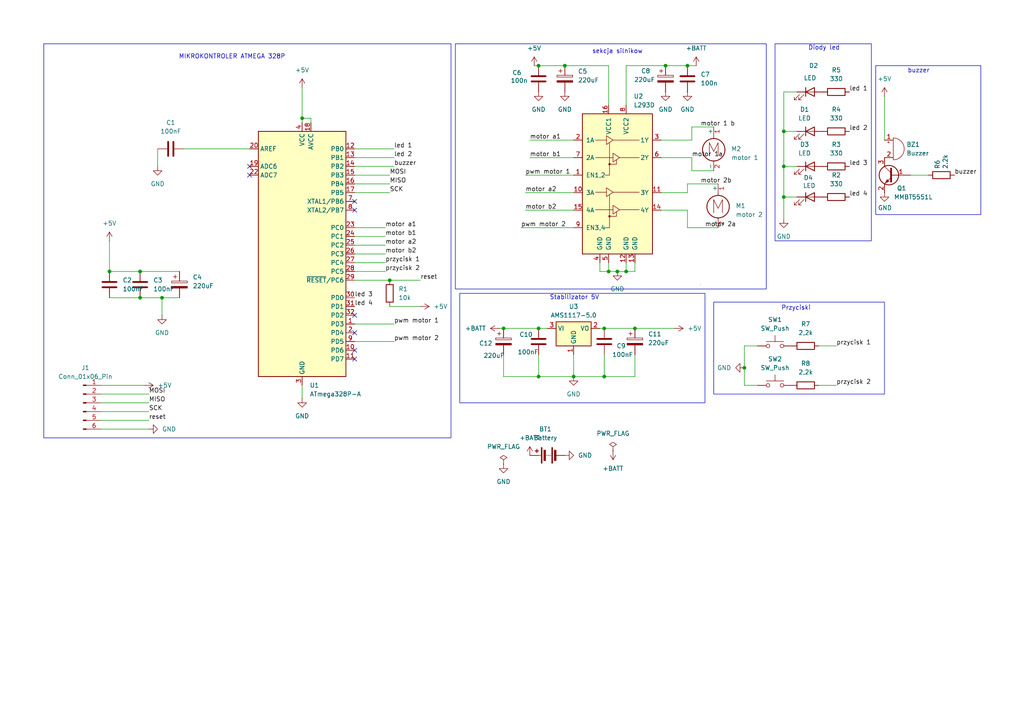
<source format=kicad_sch>
(kicad_sch (version 20231120) (generator "eeschema") (generator_version "8.0")
  (paper "A4")
  (lib_symbols
    (symbol "Connector:Conn_01x06_Pin" (pin_names (offset 1.016) hide)
      (property "Reference" "J" (at 0 7.62 0))
      (property "Value" "Conn_01x06_Pin" (at 0 -10.16 0))
      (symbol "Conn_01x06_Pin_1_1"
        (polyline (pts (xy 1.27 -7.62) (xy 0.8636 -7.62)) (stroke (width 0.1524)))
        (polyline (pts (xy 1.27 -5.08) (xy 0.8636 -5.08)) (stroke (width 0.1524)))
        (polyline (pts (xy 1.27 -2.54) (xy 0.8636 -2.54)) (stroke (width 0.1524)))
        (polyline (pts (xy 1.27 0) (xy 0.8636 0)) (stroke (width 0.1524)))
        (polyline (pts (xy 1.27 2.54) (xy 0.8636 2.54)) (stroke (width 0.1524)))
        (polyline (pts (xy 1.27 5.08) (xy 0.8636 5.08)) (stroke (width 0.1524)))
        (rectangle (start 0.8636 -7.493) (end 0 -7.747) (stroke (width 0.1524)) (fill (type outline)))
        (rectangle (start 0.8636 -4.953) (end 0 -5.207) (stroke (width 0.1524)) (fill (type outline)))
        (rectangle (start 0.8636 -2.413) (end 0 -2.667) (stroke (width 0.1524)) (fill (type outline)))
        (rectangle (start 0.8636 0.127) (end 0 -0.127) (stroke (width 0.1524)) (fill (type outline)))
        (rectangle (start 0.8636 2.667) (end 0 2.413) (stroke (width 0.1524)) (fill (type outline)))
        (rectangle (start 0.8636 5.207) (end 0 4.953) (stroke (width 0.1524)) (fill (type outline)))
        (pin passive line (at 5.08 5.08 180) (length 3.81) (name "Pin_1") (number "1"))
        (pin passive line (at 5.08 2.54 180) (length 3.81) (name "Pin_2") (number "2"))
        (pin passive line (at 5.08 0 180) (length 3.81) (name "Pin_3") (number "3"))
        (pin passive line (at 5.08 -2.54 180) (length 3.81) (name "Pin_4") (number "4"))
        (pin passive line (at 5.08 -5.08 180) (length 3.81) (name "Pin_5") (number "5"))
        (pin passive line (at 5.08 -7.62 180) (length 3.81) (name "Pin_6") (number "6"))
      )
    )
    (symbol "Device:Battery" (pin_numbers hide) (pin_names (offset 0) hide)
      (property "Reference" "BT" (at 2.54 2.54 0))
      (property "Value" "Battery" (at 2.54 0 0))
      (symbol "Battery_0_1"
        (rectangle (start -2.286 -1.27) (end 2.286 -1.524) (fill (type outline)))
        (rectangle (start -2.286 1.778) (end 2.286 1.524) (fill (type outline)))
        (rectangle (start -1.524 -2.032) (end 1.524 -2.54) (fill (type outline)))
        (rectangle (start -1.524 1.016) (end 1.524 0.508) (fill (type outline)))
        (polyline (pts (xy 0 -1.016) (xy 0 -0.762)))
        (polyline (pts (xy 0 -0.508) (xy 0 -0.254)))
        (polyline (pts (xy 0 0) (xy 0 0.254)))
        (polyline (pts (xy 0 1.778) (xy 0 2.54)))
        (polyline (pts (xy 0.762 3.048) (xy 1.778 3.048)) (stroke (width 0.254)))
        (polyline (pts (xy 1.27 3.556) (xy 1.27 2.54)) (stroke (width 0.254)))
      )
      (symbol "Battery_1_1"
        (pin passive line (at 0 5.08 270) (length 2.54) (name "+") (number "1"))
        (pin passive line (at 0 -5.08 90) (length 2.54) (name "-") (number "2"))
      )
    )
    (symbol "Device:Buzzer" (pin_names (offset 0.0254) hide)
      (property "Reference" "BZ" (at 3.81 1.27 0))
      (property "Value" "Buzzer" (at 3.81 -1.27 0))
      (symbol "Buzzer_0_1"
        (arc (start 0 -3.175) (mid 3.1612 0) (end 0 3.175))
        (polyline (pts (xy -1.651 1.905) (xy -1.143 1.905)))
        (polyline (pts (xy -1.397 2.159) (xy -1.397 1.651)))
        (polyline (pts (xy 0 3.175) (xy 0 -3.175)))
      )
      (symbol "Buzzer_1_1"
        (pin passive line (at -2.54 2.54 0) (length 2.54) (name "+") (number "1"))
        (pin passive line (at -2.54 -2.54 0) (length 2.54) (name "-") (number "2"))
      )
    )
    (symbol "Device:C" (pin_numbers hide) (pin_names (offset 0.254))
      (property "Reference" "C" (at 0.635 2.54 0))
      (property "Value" "C" (at 0.635 -2.54 0))
      (symbol "C_0_1"
        (polyline (pts (xy -2.032 -0.762) (xy 2.032 -0.762)) (stroke (width 0.508)))
        (polyline (pts (xy -2.032 0.762) (xy 2.032 0.762)) (stroke (width 0.508)))
      )
      (symbol "C_1_1"
        (pin passive line (at 0 3.81 270) (length 2.794) (name "~") (number "1"))
        (pin passive line (at 0 -3.81 90) (length 2.794) (name "~") (number "2"))
      )
    )
    (symbol "Device:C_Polarized" (pin_numbers hide) (pin_names (offset 0.254))
      (property "Reference" "C" (at 0.635 2.54 0))
      (property "Value" "C_Polarized" (at 0.635 -2.54 0))
      (symbol "C_Polarized_0_1"
        (rectangle (start -2.286 0.508) (end 2.286 1.016))
        (polyline (pts (xy -1.778 2.286) (xy -0.762 2.286)))
        (polyline (pts (xy -1.27 2.794) (xy -1.27 1.778)))
        (rectangle (start 2.286 -0.508) (end -2.286 -1.016) (fill (type outline)))
      )
      (symbol "C_Polarized_1_1"
        (pin passive line (at 0 3.81 270) (length 2.794) (name "~") (number "1"))
        (pin passive line (at 0 -3.81 90) (length 2.794) (name "~") (number "2"))
      )
    )
    (symbol "Device:LED" (pin_numbers hide) (pin_names (offset 1.016) hide)
      (property "Reference" "D" (at 0 2.54 0))
      (property "Value" "LED" (at 0 -2.54 0))
      (symbol "LED_0_1"
        (polyline (pts (xy -1.27 -1.27) (xy -1.27 1.27)) (stroke (width 0.254)))
        (polyline (pts (xy -1.27 0) (xy 1.27 0)))
        (polyline (pts (xy 1.27 -1.27) (xy 1.27 1.27) (xy -1.27 0) (xy 1.27 -1.27)) (stroke (width 0.254)))
        (polyline (pts (xy -3.048 -0.762) (xy -4.572 -2.286) (xy -3.81 -2.286) (xy -4.572 -2.286) (xy -4.572 -1.524)))
        (polyline (pts (xy -1.778 -0.762) (xy -3.302 -2.286) (xy -2.54 -2.286) (xy -3.302 -2.286) (xy -3.302 -1.524)))
      )
      (symbol "LED_1_1"
        (pin passive line (at -3.81 0 0) (length 2.54) (name "K") (number "1"))
        (pin passive line (at 3.81 0 180) (length 2.54) (name "A") (number "2"))
      )
    )
    (symbol "Device:R" (pin_numbers hide) (pin_names (offset 0))
      (property "Reference" "R" (at 2.032 0 90))
      (property "Value" "R" (at 0 0 90))
      (symbol "R_0_1"
        (rectangle (start -1.016 -2.54) (end 1.016 2.54) (stroke (width 0.254)))
      )
      (symbol "R_1_1"
        (pin passive line (at 0 3.81 270) (length 1.27) (name "~") (number "1"))
        (pin passive line (at 0 -3.81 90) (length 1.27) (name "~") (number "2"))
      )
    )
    (symbol "Driver_Motor:L293D" (pin_names (offset 1.016))
      (property "Reference" "U" (at -5.08 26.035 0))
      (property "Value" "L293D" (at -5.08 24.13 0))
      (symbol "L293D_0_1"
        (rectangle (start -10.16 22.86) (end 10.16 -17.78) (stroke (width 0.254)) (fill (type background)))
        (circle (center -2.286 -6.858) (radius 0.254) (fill (type outline)))
        (circle (center -2.286 8.255) (radius 0.254) (fill (type outline)))
        (polyline (pts (xy -6.35 -4.953) (xy -1.27 -4.953)))
        (polyline (pts (xy -6.35 0.127) (xy -3.175 0.127)))
        (polyline (pts (xy -6.35 10.16) (xy -1.27 10.16)))
        (polyline (pts (xy -6.35 15.24) (xy -3.175 15.24)))
        (polyline (pts (xy -1.27 0.127) (xy 6.35 0.127)))
        (polyline (pts (xy -1.27 15.24) (xy 6.35 15.24)))
        (polyline (pts (xy 0.635 -4.953) (xy 6.35 -4.953)))
        (polyline (pts (xy 0.635 10.16) (xy 6.35 10.16)))
        (polyline (pts (xy -2.286 -6.858) (xy -0.254 -6.858) (xy -0.254 -5.588)))
        (polyline (pts (xy -2.286 -0.635) (xy -2.286 -10.16) (xy -3.556 -10.16)))
        (polyline (pts (xy -2.286 8.255) (xy -0.254 8.255) (xy -0.254 9.525)))
        (polyline (pts (xy -2.286 14.478) (xy -2.286 5.08) (xy -3.556 5.08)))
        (polyline (pts (xy -3.175 1.397) (xy -3.175 -1.143) (xy -1.27 0.127) (xy -3.175 1.397)))
        (polyline (pts (xy -3.175 16.51) (xy -3.175 13.97) (xy -1.27 15.24) (xy -3.175 16.51)))
        (polyline (pts (xy -1.27 -3.683) (xy -1.27 -6.223) (xy 0.635 -4.953) (xy -1.27 -3.683)))
        (polyline (pts (xy -1.27 11.43) (xy -1.27 8.89) (xy 0.635 10.16) (xy -1.27 11.43)))
      )
      (symbol "L293D_1_1"
        (pin input line (at -12.7 5.08 0) (length 2.54) (name "EN1,2") (number "1"))
        (pin input line (at -12.7 0 0) (length 2.54) (name "3A") (number "10"))
        (pin output line (at 12.7 0 180) (length 2.54) (name "3Y") (number "11"))
        (pin power_in line (at 2.54 -20.32 90) (length 2.54) (name "GND") (number "12"))
        (pin power_in line (at 5.08 -20.32 90) (length 2.54) (name "GND") (number "13"))
        (pin output line (at 12.7 -5.08 180) (length 2.54) (name "4Y") (number "14"))
        (pin input line (at -12.7 -5.08 0) (length 2.54) (name "4A") (number "15"))
        (pin power_in line (at -2.54 25.4 270) (length 2.54) (name "VCC1") (number "16"))
        (pin input line (at -12.7 15.24 0) (length 2.54) (name "1A") (number "2"))
        (pin output line (at 12.7 15.24 180) (length 2.54) (name "1Y") (number "3"))
        (pin power_in line (at -5.08 -20.32 90) (length 2.54) (name "GND") (number "4"))
        (pin power_in line (at -2.54 -20.32 90) (length 2.54) (name "GND") (number "5"))
        (pin output line (at 12.7 10.16 180) (length 2.54) (name "2Y") (number "6"))
        (pin input line (at -12.7 10.16 0) (length 2.54) (name "2A") (number "7"))
        (pin power_in line (at 2.54 25.4 270) (length 2.54) (name "VCC2") (number "8"))
        (pin input line (at -12.7 -10.16 0) (length 2.54) (name "EN3,4") (number "9"))
      )
    )
    (symbol "MCU_Microchip_ATmega:ATmega328P-A"
      (property "Reference" "U" (at -12.7 36.83 0))
      (property "Value" "ATmega328P-A" (at 2.54 -36.83 0))
      (symbol "ATmega328P-A_0_1"
        (rectangle (start -12.7 -35.56) (end 12.7 35.56) (stroke (width 0.254)) (fill (type background)))
      )
      (symbol "ATmega328P-A_1_1"
        (pin bidirectional line (at 15.24 -20.32 180) (length 2.54) (name "PD3") (number "1"))
        (pin bidirectional line (at 15.24 -27.94 180) (length 2.54) (name "PD6") (number "10"))
        (pin bidirectional line (at 15.24 -30.48 180) (length 2.54) (name "PD7") (number "11"))
        (pin bidirectional line (at 15.24 30.48 180) (length 2.54) (name "PB0") (number "12"))
        (pin bidirectional line (at 15.24 27.94 180) (length 2.54) (name "PB1") (number "13"))
        (pin bidirectional line (at 15.24 25.4 180) (length 2.54) (name "PB2") (number "14"))
        (pin bidirectional line (at 15.24 22.86 180) (length 2.54) (name "PB3") (number "15"))
        (pin bidirectional line (at 15.24 20.32 180) (length 2.54) (name "PB4") (number "16"))
        (pin bidirectional line (at 15.24 17.78 180) (length 2.54) (name "PB5") (number "17"))
        (pin power_in line (at 2.54 38.1 270) (length 2.54) (name "AVCC") (number "18"))
        (pin input line (at -15.24 25.4 0) (length 2.54) (name "ADC6") (number "19"))
        (pin bidirectional line (at 15.24 -22.86 180) (length 2.54) (name "PD4") (number "2"))
        (pin passive line (at -15.24 30.48 0) (length 2.54) (name "AREF") (number "20"))
        (pin passive line (at 0 -38.1 90) (length 2.54) hide (name "GND") (number "21"))
        (pin input line (at -15.24 22.86 0) (length 2.54) (name "ADC7") (number "22"))
        (pin bidirectional line (at 15.24 7.62 180) (length 2.54) (name "PC0") (number "23"))
        (pin bidirectional line (at 15.24 5.08 180) (length 2.54) (name "PC1") (number "24"))
        (pin bidirectional line (at 15.24 2.54 180) (length 2.54) (name "PC2") (number "25"))
        (pin bidirectional line (at 15.24 0 180) (length 2.54) (name "PC3") (number "26"))
        (pin bidirectional line (at 15.24 -2.54 180) (length 2.54) (name "PC4") (number "27"))
        (pin bidirectional line (at 15.24 -5.08 180) (length 2.54) (name "PC5") (number "28"))
        (pin bidirectional line (at 15.24 -7.62 180) (length 2.54) (name "~{RESET}/PC6") (number "29"))
        (pin power_in line (at 0 -38.1 90) (length 2.54) (name "GND") (number "3"))
        (pin bidirectional line (at 15.24 -12.7 180) (length 2.54) (name "PD0") (number "30"))
        (pin bidirectional line (at 15.24 -15.24 180) (length 2.54) (name "PD1") (number "31"))
        (pin bidirectional line (at 15.24 -17.78 180) (length 2.54) (name "PD2") (number "32"))
        (pin power_in line (at 0 38.1 270) (length 2.54) (name "VCC") (number "4"))
        (pin passive line (at 0 -38.1 90) (length 2.54) hide (name "GND") (number "5"))
        (pin passive line (at 0 38.1 270) (length 2.54) hide (name "VCC") (number "6"))
        (pin bidirectional line (at 15.24 15.24 180) (length 2.54) (name "XTAL1/PB6") (number "7"))
        (pin bidirectional line (at 15.24 12.7 180) (length 2.54) (name "XTAL2/PB7") (number "8"))
        (pin bidirectional line (at 15.24 -25.4 180) (length 2.54) (name "PD5") (number "9"))
      )
    )
    (symbol "Motor:Motor_DC" (pin_names (offset 0))
      (property "Reference" "M" (at 2.54 2.54 0))
      (property "Value" "Motor_DC" (at 2.54 -5.08 0))
      (symbol "Motor_DC_0_0"
        (polyline (pts (xy -1.27 -3.302) (xy -1.27 0.508) (xy 0 -2.032) (xy 1.27 0.508) (xy 1.27 -3.302)))
      )
      (symbol "Motor_DC_0_1"
        (circle (center 0 -1.524) (radius 3.2512) (stroke (width 0.254)))
        (polyline (pts (xy 0 -7.62) (xy 0 -7.112)))
        (polyline (pts (xy 0 -4.7752) (xy 0 -5.1816)))
        (polyline (pts (xy 0 1.7272) (xy 0 2.0828)))
        (polyline (pts (xy 0 2.032) (xy 0 2.54)))
      )
      (symbol "Motor_DC_1_1"
        (pin passive line (at 0 5.08 270) (length 2.54) (name "+") (number "1"))
        (pin passive line (at 0 -7.62 90) (length 2.54) (name "-") (number "2"))
      )
    )
    (symbol "Regulator_Linear:AMS1117-5.0"
      (property "Reference" "U" (at -3.81 3.175 0))
      (property "Value" "AMS1117-5.0" (at 0 3.175 0))
      (symbol "AMS1117-5.0_0_1"
        (rectangle (start -5.08 -5.08) (end 5.08 1.905) (stroke (width 0.254)) (fill (type background)))
      )
      (symbol "AMS1117-5.0_1_1"
        (pin power_in line (at 0 -7.62 90) (length 2.54) (name "GND") (number "1"))
        (pin power_out line (at 7.62 0 180) (length 2.54) (name "VO") (number "2"))
        (pin power_in line (at -7.62 0 0) (length 2.54) (name "VI") (number "3"))
      )
    )
    (symbol "Switch:SW_Push" (pin_numbers hide) (pin_names (offset 1.016) hide)
      (property "Reference" "SW" (at 1.27 2.54 0))
      (property "Value" "SW_Push" (at 0 -1.524 0))
      (symbol "SW_Push_0_1"
        (circle (center -2.032 0) (radius 0.508))
        (polyline (pts (xy 0 1.27) (xy 0 3.048)))
        (polyline (pts (xy 2.54 1.27) (xy -2.54 1.27)))
        (circle (center 2.032 0) (radius 0.508))
        (pin passive line (at -5.08 0 0) (length 2.54) (name "1") (number "1"))
        (pin passive line (at 5.08 0 180) (length 2.54) (name "2") (number "2"))
      )
    )
    (symbol "Transistor_BJT:MMBT5551L" (pin_names (offset 0) hide)
      (property "Reference" "Q" (at 5.08 1.905 0))
      (property "Value" "MMBT5551L" (at 5.08 0 0))
      (symbol "MMBT5551L_0_1"
        (polyline (pts (xy 0.635 0.635) (xy 2.54 2.54)))
        (polyline (pts (xy 0.635 -0.635) (xy 2.54 -2.54) (xy 2.54 -2.54)))
        (polyline (pts (xy 0.635 1.905) (xy 0.635 -1.905) (xy 0.635 -1.905)) (stroke (width 0.508)))
        (polyline (pts (xy 1.27 -1.778) (xy 1.778 -1.27) (xy 2.286 -2.286) (xy 1.27 -1.778) (xy 1.27 -1.778)) (fill (type outline)))
        (circle (center 1.27 0) (radius 2.8194) (stroke (width 0.254)))
      )
      (symbol "MMBT5551L_1_1"
        (pin input line (at -5.08 0 0) (length 5.715) (name "B") (number "1"))
        (pin passive line (at 2.54 -5.08 90) (length 2.54) (name "E") (number "2"))
        (pin passive line (at 2.54 5.08 270) (length 2.54) (name "C") (number "3"))
      )
    )
    (symbol "power:+5V" (power) (pin_numbers hide) (pin_names (offset 0) hide)
      (property "Value" "+5V" (at 0 3.556 0))
      (symbol "+5V_0_1"
        (polyline (pts (xy -0.762 1.27) (xy 0 2.54)))
        (polyline (pts (xy 0 0) (xy 0 2.54)))
        (polyline (pts (xy 0 2.54) (xy 0.762 1.27)))
      )
      (symbol "+5V_1_1"
        (pin power_in line (at 0 0 90) (length 0) (name "~") (number "1"))
      )
    )
    (symbol "power:+BATT" (power) (pin_numbers hide) (pin_names (offset 0) hide)
      (property "Value" "+BATT" (at 0 3.556 0))
      (symbol "+BATT_0_1"
        (polyline (pts (xy -0.762 1.27) (xy 0 2.54)))
        (polyline (pts (xy 0 0) (xy 0 2.54)))
        (polyline (pts (xy 0 2.54) (xy 0.762 1.27)))
      )
      (symbol "+BATT_1_1"
        (pin power_in line (at 0 0 90) (length 0) (name "~") (number "1"))
      )
    )
    (symbol "power:GND" (power) (pin_numbers hide) (pin_names (offset 0) hide)
      (property "Value" "GND" (at 0 -3.81 0))
      (symbol "GND_0_1"
        (polyline (pts (xy 0 0) (xy 0 -1.27) (xy 1.27 -1.27) (xy 0 -2.54) (xy -1.27 -1.27) (xy 0 -1.27)))
      )
      (symbol "GND_1_1"
        (pin power_in line (at 0 0 270) (length 0) (name "~") (number "1"))
      )
    )
    (symbol "power:PWR_FLAG" (power) (pin_numbers hide) (pin_names (offset 0) hide)
      (property "Value" "PWR_FLAG" (at 0 3.81 0))
      (symbol "PWR_FLAG_0_0"
        (pin power_out line (at 0 0 90) (length 0) (name "~") (number "1"))
      )
      (symbol "PWR_FLAG_0_1"
        (polyline (pts (xy 0 0) (xy 0 1.27) (xy -1.016 1.905) (xy 0 2.54) (xy 1.016 1.905) (xy 0 1.27)))
      )
    )
  )
  (junction (at 40.64 78.74))
  (junction (at 215.9 106.68))
  (junction (at 156.21 95.25))
  (junction (at 227.33 38.1))
  (junction (at 181.61 78.74))
  (junction (at 146.05 95.25))
  (junction (at 166.37 109.22))
  (junction (at 31.75 78.74))
  (junction (at 156.21 19.05))
  (junction (at 87.63 34.29))
  (junction (at 113.03 81.28))
  (junction (at 199.39 19.05))
  (junction (at 179.07 78.74))
  (junction (at 227.33 57.15))
  (junction (at 175.26 109.22))
  (junction (at 175.26 95.25))
  (junction (at 163.83 19.05))
  (junction (at 40.64 86.36))
  (junction (at 227.33 48.26))
  (junction (at 193.04 19.05))
  (junction (at 46.99 86.36))
  (junction (at 184.15 95.25))
  (junction (at 176.53 78.74))
  (junction (at 156.21 109.22))
  (no_connect (at 72.39 48.26))
  (no_connect (at 102.87 96.52))
  (no_connect (at 102.87 101.6))
  (no_connect (at 102.87 58.42))
  (no_connect (at 102.87 91.44))
  (no_connect (at 102.87 104.14))
  (no_connect (at 102.87 60.96))
  (no_connect (at 72.39 50.8))
  (wire (pts (xy 102.87 66.04) (xy 111.76 66.04)))
  (wire (pts (xy 46.99 86.36) (xy 46.99 91.44)))
  (wire (pts (xy 156.21 95.25) (xy 158.75 95.25)))
  (wire (pts (xy 195.58 95.25) (xy 184.15 95.25)))
  (wire (pts (xy 199.39 53.34) (xy 208.28 53.34)))
  (wire (pts (xy 237.49 100.33) (xy 242.57 100.33)))
  (wire (pts (xy 181.61 76.2) (xy 181.61 78.74)))
  (wire (pts (xy 156.21 19.05) (xy 163.83 19.05)))
  (wire (pts (xy 181.61 78.74) (xy 184.15 78.74)))
  (wire (pts (xy 191.77 40.64) (xy 200.66 40.64)))
  (wire (pts (xy 29.21 114.3) (xy 43.18 114.3)))
  (wire (pts (xy 154.94 19.05) (xy 156.21 19.05)))
  (wire (pts (xy 199.39 55.88) (xy 199.39 53.34)))
  (wire (pts (xy 113.03 88.9) (xy 121.92 88.9)))
  (wire (pts (xy 176.53 19.05) (xy 176.53 30.48)))
  (wire (pts (xy 176.53 76.2) (xy 176.53 78.74)))
  (wire (pts (xy 227.33 57.15) (xy 227.33 63.5)))
  (wire (pts (xy 156.21 109.22) (xy 166.37 109.22)))
  (wire (pts (xy 29.21 124.46) (xy 43.18 124.46)))
  (wire (pts (xy 102.87 71.12) (xy 111.76 71.12)))
  (wire (pts (xy 102.87 93.98) (xy 114.3 93.98)))
  (wire (pts (xy 166.37 102.87) (xy 166.37 109.22)))
  (wire (pts (xy 29.21 111.76) (xy 41.91 111.76)))
  (wire (pts (xy 184.15 95.25) (xy 175.26 95.25)))
  (wire (pts (xy 200.66 49.53) (xy 207.01 49.53)))
  (wire (pts (xy 175.26 102.87) (xy 175.26 109.22)))
  (wire (pts (xy 102.87 45.72) (xy 114.3 45.72)))
  (wire (pts (xy 227.33 57.15) (xy 231.14 57.15)))
  (wire (pts (xy 215.9 100.33) (xy 215.9 106.68)))
  (wire (pts (xy 173.99 76.2) (xy 173.99 78.74)))
  (wire (pts (xy 193.04 19.05) (xy 199.39 19.05)))
  (wire (pts (xy 269.24 50.8) (xy 264.16 50.8)))
  (wire (pts (xy 29.21 116.84) (xy 43.18 116.84)))
  (wire (pts (xy 153.67 45.72) (xy 166.37 45.72)))
  (wire (pts (xy 231.14 26.67) (xy 227.33 26.67)))
  (wire (pts (xy 166.37 109.22) (xy 175.26 109.22)))
  (wire (pts (xy 219.71 111.76) (xy 215.9 111.76)))
  (wire (pts (xy 102.87 78.74) (xy 111.76 78.74)))
  (wire (pts (xy 227.33 38.1) (xy 231.14 38.1)))
  (wire (pts (xy 113.03 81.28) (xy 121.92 81.28)))
  (wire (pts (xy 90.17 34.29) (xy 87.63 34.29)))
  (wire (pts (xy 199.39 66.04) (xy 199.39 60.96)))
  (wire (pts (xy 208.28 66.04) (xy 199.39 66.04)))
  (wire (pts (xy 191.77 45.72) (xy 200.66 45.72)))
  (wire (pts (xy 256.54 27.94) (xy 256.54 40.64)))
  (wire (pts (xy 31.75 86.36) (xy 40.64 86.36)))
  (wire (pts (xy 114.3 99.06) (xy 102.87 99.06)))
  (wire (pts (xy 153.67 40.64) (xy 166.37 40.64)))
  (wire (pts (xy 215.9 106.68) (xy 215.9 111.76)))
  (wire (pts (xy 152.4 60.96) (xy 166.37 60.96)))
  (wire (pts (xy 152.4 50.8) (xy 166.37 50.8)))
  (wire (pts (xy 200.66 45.72) (xy 200.66 49.53)))
  (wire (pts (xy 163.83 19.05) (xy 176.53 19.05)))
  (wire (pts (xy 90.17 35.56) (xy 90.17 34.29)))
  (wire (pts (xy 45.72 43.18) (xy 45.72 48.26)))
  (wire (pts (xy 199.39 19.05) (xy 201.93 19.05)))
  (wire (pts (xy 175.26 95.25) (xy 173.99 95.25)))
  (wire (pts (xy 102.87 50.8) (xy 113.03 50.8)))
  (wire (pts (xy 102.87 55.88) (xy 113.03 55.88)))
  (wire (pts (xy 146.05 109.22) (xy 156.21 109.22)))
  (wire (pts (xy 173.99 78.74) (xy 176.53 78.74)))
  (wire (pts (xy 46.99 86.36) (xy 52.07 86.36)))
  (wire (pts (xy 191.77 60.96) (xy 199.39 60.96)))
  (wire (pts (xy 144.78 95.25) (xy 146.05 95.25)))
  (wire (pts (xy 227.33 48.26) (xy 227.33 57.15)))
  (wire (pts (xy 102.87 73.66) (xy 111.76 73.66)))
  (wire (pts (xy 175.26 109.22) (xy 184.15 109.22)))
  (wire (pts (xy 102.87 68.58) (xy 111.76 68.58)))
  (wire (pts (xy 200.66 40.64) (xy 200.66 36.83)))
  (wire (pts (xy 176.53 78.74) (xy 179.07 78.74)))
  (wire (pts (xy 191.77 55.88) (xy 199.39 55.88)))
  (wire (pts (xy 102.87 43.18) (xy 114.3 43.18)))
  (wire (pts (xy 146.05 95.25) (xy 156.21 95.25)))
  (wire (pts (xy 31.75 78.74) (xy 40.64 78.74)))
  (wire (pts (xy 184.15 78.74) (xy 184.15 76.2)))
  (wire (pts (xy 181.61 30.48) (xy 181.61 19.05)))
  (wire (pts (xy 151.13 66.04) (xy 166.37 66.04)))
  (wire (pts (xy 200.66 36.83) (xy 207.01 36.83)))
  (wire (pts (xy 152.4 55.88) (xy 166.37 55.88)))
  (wire (pts (xy 29.21 119.38) (xy 43.18 119.38)))
  (wire (pts (xy 40.64 86.36) (xy 46.99 86.36)))
  (wire (pts (xy 31.75 69.85) (xy 31.75 78.74)))
  (wire (pts (xy 87.63 25.4) (xy 87.63 34.29)))
  (wire (pts (xy 181.61 19.05) (xy 193.04 19.05)))
  (wire (pts (xy 215.9 100.33) (xy 219.71 100.33)))
  (wire (pts (xy 102.87 53.34) (xy 113.03 53.34)))
  (wire (pts (xy 227.33 38.1) (xy 227.33 48.26)))
  (wire (pts (xy 102.87 48.26) (xy 114.3 48.26)))
  (wire (pts (xy 227.33 26.67) (xy 227.33 38.1)))
  (wire (pts (xy 146.05 102.87) (xy 146.05 109.22)))
  (wire (pts (xy 87.63 111.76) (xy 87.63 115.57)))
  (wire (pts (xy 156.21 102.87) (xy 156.21 109.22)))
  (wire (pts (xy 102.87 81.28) (xy 113.03 81.28)))
  (wire (pts (xy 87.63 34.29) (xy 87.63 35.56)))
  (wire (pts (xy 179.07 78.74) (xy 181.61 78.74)))
  (wire (pts (xy 29.21 121.92) (xy 43.18 121.92)))
  (wire (pts (xy 53.34 43.18) (xy 72.39 43.18)))
  (wire (pts (xy 102.87 76.2) (xy 111.76 76.2)))
  (wire (pts (xy 184.15 102.87) (xy 184.15 109.22)))
  (wire (pts (xy 227.33 48.26) (xy 231.14 48.26)))
  (wire (pts (xy 40.64 78.74) (xy 52.07 78.74)))
  (wire (pts (xy 237.49 111.76) (xy 242.57 111.76)))
  (rectangle (start 207.01 87.63) (end 256.54 114.3))
  (rectangle (start 133.35 85.09) (end 204.47 116.84))
  (rectangle (start 132.08 12.7) (end 222.25 83.82))
  (rectangle (start 12.7 12.7) (end 130.81 127))
  (rectangle (start 224.79 12.7) (end 252.73 69.85))
  (rectangle (start 203.2 82.55) (end 203.2 82.55))
  (rectangle (start 254 19.05) (end 284.48 62.23))
  (text "Stabilizator 5V" (at 166.624 86.36 0) (effects (font (size 1.27 1.27))))
  (text "MIKROKONTROLER ATMEGA 328P" (at 67.31 16.51 0) (effects (font (size 1.27 1.27))))
  (text "buzzer\n\n" (at 266.446 21.59 0) (effects (font (size 1.27 1.27))))
  (text "Diody led" (at 239.014 13.97 0) (effects (font (size 1.27 1.27))))
  (text "Przyciski\n" (at 230.886 89.408 0) (effects (font (size 1.27 1.27))))
  (text "sekcja silnikow" (at 179.07 14.986 0) (effects (font (size 1.27 1.27))))
  (label "motor a1" (at 111.76 66.04 0))
  (label "buzzer" (at 114.3 48.26 0))
  (label "reset" (at 121.92 81.28 0))
  (label "pwm motor 2" (at 151.13 66.04 0))
  (label "led 4" (at 246.38 57.15 0))
  (label "MOSI" (at 43.18 114.3 0))
  (label "przycisk 1" (at 111.76 76.2 0))
  (label "motor b1" (at 111.76 68.58 0))
  (label "motor a1" (at 153.67 40.64 0))
  (label "przycisk 2" (at 242.57 111.76 0))
  (label "led 3" (at 246.38 48.26 0))
  (label "przycisk 1" (at 242.57 100.33 0))
  (label "MISO" (at 113.03 53.34 0))
  (label "motor 2b" (at 203.2 53.34 0))
  (label "motor b2" (at 111.76 73.66 0))
  (label "motor 1a" (at 200.66 45.72 0))
  (label "led 2" (at 114.3 45.72 0))
  (label "led 1" (at 114.3 43.18 0))
  (label "motor b1" (at 153.67 45.72 0))
  (label "MOSI" (at 113.03 50.8 0))
  (label "motor b2" (at 152.4 60.96 0))
  (label "motor a2" (at 152.4 55.88 0))
  (label "reset" (at 43.18 121.92 0))
  (label "motor a2" (at 111.76 71.12 0))
  (label "motor 2a" (at 204.47 66.04 0))
  (label "led 1" (at 246.38 26.67 0))
  (label "pwm motor 1" (at 152.4 50.8 0))
  (label "led 2" (at 246.38 38.1 0))
  (label "pwm motor 1" (at 114.3 93.98 0))
  (label "led 4" (at 102.87 88.9 0))
  (label "przycisk 2" (at 111.76 78.74 0))
  (label "MISO" (at 43.18 116.84 0))
  (label "SCK" (at 113.03 55.88 0))
  (label "motor 1 b" (at 203.2 36.83 0))
  (label "pwm motor 2" (at 114.3 99.06 0))
  (label "buzzer" (at 276.86 50.8 0))
  (label "led 3" (at 102.87 86.36 0))
  (label "SCK" (at 43.18 119.38 0))
  (symbol (lib_id "Connector:Conn_01x06_Pin") (at 24.13 116.84 0) (unit 1)
    (property "Reference" "J1" (at 24.765 106.68 0))
    (property "Value" "Conn_01x06_Pin" (at 24.765 109.22 0))
    (property "Footprint" "Connector_PinHeader_2.54mm:PinHeader_1x06_P2.54mm_Vertical" (effects (hide yes)))
    (property "Description" "Generic connector, single row, 01x06, script generated" (effects (hide yes)))
  )
  (symbol (lib_id "Device:R") (at 273.05 50.8 90) (unit 1)
    (property "Reference" "R6" (at 271.8816 49.022 0) (effects (justify left)))
    (property "Value" "2.2k" (at 274.193 49.022 0) (effects (justify left)))
    (property "Footprint" "Resistor_SMD:R_0805_2012Metric_Pad1.20x1.40mm_HandSolder" (effects (hide yes)))
    (property "Piekarz" "https://www.piekarz.pl/12451-rezystor-r08051-2k2/" (effects (hide yes)))
  )
  (symbol (lib_id "power:+5V") (at 256.54 27.94 0) (unit 1)
    (property "Reference" "#PWR018" (effects (hide yes)))
    (property "Value" "+5V" (at 256.54 22.86 0))
    (property "Description" "Power symbol creates a global label with name \"+5V\"" (effects (hide yes)))
  )
  (symbol (lib_id "Device:C") (at 31.75 82.55 0) (unit 1)
    (property "Reference" "C2" (at 35.56 81.2799 0) (effects (justify left)))
    (property "Value" "100nF" (at 35.56 83.8199 0) (effects (justify left)))
    (property "Footprint" "Capacitor_SMD:C_0805_2012Metric_Pad1.18x1.45mm_HandSolder" (effects (hide yes)))
    (property "Description" "Unpolarized capacitor" (effects (hide yes)))
  )
  (symbol (lib_id "power:GND") (at 156.21 26.67 0) (unit 1)
    (property "Reference" "#PWR013" (effects (hide yes)))
    (property "Value" "GND" (at 156.21 31.75 0))
    (property "Description" "Power symbol creates a global label with name \"GND\" , ground" (effects (hide yes)))
  )
  (symbol (lib_id "Regulator_Linear:AMS1117-5.0") (at 166.37 95.25 0) (unit 1)
    (property "Reference" "U3" (at 166.37 88.9 0))
    (property "Value" "AMS1117-5.0" (at 166.37 91.44 0))
    (property "Footprint" "Package_TO_SOT_SMD:SOT-223-3_TabPin2" (effects (hide yes)))
    (property "Datasheet" "http://www.advanced-monolithic.com/pdf/ds1117.pdf" (effects (hide yes)))
    (property "Description" "1A Low Dropout regulator, positive, 5.0V fixed output, SOT-223" (effects (hide yes)))
  )
  (symbol (lib_id "Device:R") (at 242.57 48.26 90) (unit 1)
    (property "Reference" "R3" (at 242.57 41.91 90))
    (property "Value" "330" (at 242.57 44.45 90))
    (property "Footprint" "Resistor_SMD:R_0805_2012Metric_Pad1.20x1.40mm_HandSolder" (effects (hide yes)))
    (property "Description" "Resistor" (effects (hide yes)))
  )
  (symbol (lib_id "power:PWR_FLAG") (at 177.8 130.81 0) (unit 1)
    (property "Reference" "#FLG02" (effects (hide yes)))
    (property "Value" "PWR_FLAG" (at 177.8 125.73 0))
    (property "Description" "Special symbol for telling ERC where power comes from" (effects (hide yes)))
  )
  (symbol (lib_id "power:GND") (at 163.83 26.67 0) (unit 1)
    (property "Reference" "#PWR012" (effects (hide yes)))
    (property "Value" "GND" (at 163.83 31.75 0))
    (property "Description" "Power symbol creates a global label with name \"GND\" , ground" (effects (hide yes)))
  )
  (symbol (lib_id "Device:R") (at 113.03 85.09 0) (unit 1)
    (property "Reference" "R1" (at 115.57 83.8199 0) (effects (justify left)))
    (property "Value" "10k" (at 115.57 86.3599 0) (effects (justify left)))
    (property "Footprint" "Resistor_SMD:R_0805_2012Metric_Pad1.20x1.40mm_HandSolder" (effects (hide yes)))
    (property "Description" "Resistor" (effects (hide yes)))
  )
  (symbol (lib_id "Device:C") (at 156.21 22.86 0) (unit 1)
    (property "Reference" "C6" (at 148.59 21.082 0) (effects (justify left)))
    (property "Value" "100n" (at 148.082 23.368 0) (effects (justify left)))
    (property "Footprint" "Capacitor_SMD:C_0805_2012Metric_Pad1.18x1.45mm_HandSolder" (effects (hide yes)))
    (property "Description" "Unpolarized capacitor" (effects (hide yes)))
  )
  (symbol (lib_id "Device:C") (at 175.26 99.06 0) (unit 1)
    (property "Reference" "C9" (at 178.816 100.33 0) (effects (justify left)))
    (property "Value" "100nF" (at 177.546 102.87 0) (effects (justify left)))
    (property "Footprint" "Capacitor_SMD:C_0805_2012Metric_Pad1.18x1.45mm_HandSolder" (effects (hide yes)))
    (property "Description" "Unpolarized capacitor" (effects (hide yes)))
  )
  (symbol (lib_id "Device:LED") (at 234.95 48.26 0) (unit 1)
    (property "Reference" "D3" (at 233.3625 41.91 0))
    (property "Value" "LED" (at 233.3625 44.45 0))
    (property "Footprint" "LED_THT:LED_D5.0mm" (effects (hide yes)))
    (property "Description" "Light emitting diode" (effects (hide yes)))
  )
  (symbol (lib_id "Device:C") (at 199.39 22.86 0) (unit 1)
    (property "Reference" "C7" (at 203.2 21.5899 0) (effects (justify left)))
    (property "Value" "100n" (at 203.2 24.1299 0) (effects (justify left)))
    (property "Footprint" "Capacitor_SMD:C_0805_2012Metric_Pad1.18x1.45mm_HandSolder" (effects (hide yes)))
    (property "Description" "Unpolarized capacitor" (effects (hide yes)))
  )
  (symbol (lib_id "Device:R") (at 242.57 26.67 90) (unit 1)
    (property "Reference" "R5" (at 242.57 20.32 90))
    (property "Value" "330" (at 242.57 22.86 90))
    (property "Footprint" "Resistor_SMD:R_0805_2012Metric_Pad1.20x1.40mm_HandSolder" (effects (hide yes)))
    (property "Description" "Resistor" (effects (hide yes)))
  )
  (symbol (lib_id "power:GND") (at 46.99 91.44 0) (unit 1)
    (property "Reference" "#PWR03" (effects (hide yes)))
    (property "Value" "GND" (at 46.99 96.52 0))
    (property "Description" "Power symbol creates a global label with name \"GND\" , ground" (effects (hide yes)))
  )
  (symbol (lib_id "power:GND") (at 179.07 78.74 0) (unit 1)
    (property "Reference" "#PWR09" (effects (hide yes)))
    (property "Value" "GND" (at 179.07 83.82 0))
    (property "Description" "Power symbol creates a global label with name \"GND\" , ground" (effects (hide yes)))
  )
  (symbol (lib_id "Device:Buzzer") (at 259.08 43.18 0) (unit 1)
    (property "Reference" "BZ1" (at 262.89 41.9099 0) (effects (justify left)))
    (property "Value" "Buzzer" (at 262.89 44.4499 0) (effects (justify left)))
    (property "Footprint" "Buzzer_Beeper:Buzzer_12x9.5RM7.6" (effects (hide yes)))
    (property "Description" "Buzzer, polarized" (effects (hide yes)))
  )
  (symbol (lib_id "Device:C_Polarized") (at 146.05 99.06 0) (unit 1)
    (property "Reference" "C12" (at 138.938 99.568 0) (effects (justify left)))
    (property "Value" "220uF" (at 140.208 103.124 0) (effects (justify left)))
    (property "Footprint" "Capacitor_THT:CP_Radial_D8.0mm_P5.00mm" (effects (hide yes)))
    (property "Description" "Polarized capacitor" (effects (hide yes)))
  )
  (symbol (lib_id "Motor:Motor_DC") (at 207.01 41.91 0) (unit 1)
    (property "Reference" "M2" (at 212.09 43.1799 0) (effects (justify left)))
    (property "Value" "motor 1" (at 212.09 45.7199 0) (effects (justify left)))
    (property "Footprint" "Connector_PinHeader_2.54mm:PinHeader_1x02_P2.54mm_Vertical" (effects (hide yes)))
    (property "Description" "DC Motor" (effects (hide yes)))
  )
  (symbol (lib_id "Switch:SW_Push") (at 224.79 100.33 0) (unit 1)
    (property "Reference" "SW1" (at 224.79 92.71 0))
    (property "Value" "SW_Push" (at 224.79 95.25 0))
    (property "Footprint" "Button_Switch_SMD:SW_SPST_EVQQ2" (effects (hide yes)))
    (property "Description" "Push button switch, generic, two pins" (effects (hide yes)))
  )
  (symbol (lib_id "power:PWR_FLAG") (at 146.05 134.62 0) (unit 1)
    (property "Reference" "#FLG01" (effects (hide yes)))
    (property "Value" "PWR_FLAG" (at 146.05 129.54 0))
    (property "Description" "Special symbol for telling ERC where power comes from" (effects (hide yes)))
  )
  (symbol (lib_id "Device:LED") (at 234.95 57.15 0) (unit 1)
    (property "Reference" "D4" (at 234.442 51.562 0))
    (property "Value" "LED" (at 234.696 53.848 0))
    (property "Footprint" "LED_THT:LED_D5.0mm" (effects (hide yes)))
    (property "Description" "Light emitting diode" (effects (hide yes)))
  )
  (symbol (lib_id "power:+BATT") (at 177.8 130.81 180) (unit 1)
    (property "Reference" "#PWR026" (effects (hide yes)))
    (property "Value" "+BATT" (at 177.8 135.89 0))
    (property "Description" "Power symbol creates a global label with name \"+BATT\"" (effects (hide yes)))
  )
  (symbol (lib_id "power:+5V") (at 154.94 19.05 0) (unit 1)
    (property "Reference" "#PWR010" (effects (hide yes)))
    (property "Value" "+5V" (at 154.94 13.97 0))
    (property "Description" "Power symbol creates a global label with name \"+5V\"" (effects (hide yes)))
  )
  (symbol (lib_id "power:+5V") (at 31.75 69.85 0) (unit 1)
    (property "Reference" "#PWR02" (effects (hide yes)))
    (property "Value" "+5V" (at 31.75 64.77 0))
    (property "Description" "Power symbol creates a global label with name \"+5V\"" (effects (hide yes)))
  )
  (symbol (lib_id "Transistor_BJT:MMBT5551L") (at 259.08 50.8 0) (mirror y) (unit 1)
    (property "Reference" "Q1" (at 262.89 54.61 0) (effects (justify left)))
    (property "Value" "MMBT5551L" (at 270.51 57.15 0) (effects (justify left)))
    (property "Footprint" "Package_TO_SOT_SMD:SOT-23" (effects (hide yes)))
    (property "Datasheet" "www.onsemi.com/pub/Collateral/MMBT5550LT1-D.PDF" (effects (hide yes)))
    (property "Description" "0.6A Ic, 160V Vce, NPN Transistor, SOT-23" (effects (hide yes)))
    (property "Sim.Device" "SPICE" (effects (hide yes)))
    (property "Sim.Params" "type=\"Q\" model=\"BC338\" lib=\"/home/jacekj/GIT_REP/KiCad-Spice-Library/Models/Transistor/BJT/BJTN.LIB\"" (effects (hide yes)))
    (property "Sim.Pins" "1=1 2=2 3=3" (effects (hide yes)))
    (property "Piekarz" "https://www.piekarz.pl/27982-tranzystor-hottech-mmbt5551/" (effects (hide yes)))
  )
  (symbol (lib_id "power:GND") (at 193.04 26.67 0) (unit 1)
    (property "Reference" "#PWR014" (effects (hide yes)))
    (property "Value" "GND" (at 193.04 31.75 0))
    (property "Description" "Power symbol creates a global label with name \"GND\" , ground" (effects (hide yes)))
  )
  (symbol (lib_id "power:GND") (at 256.54 55.88 0) (unit 1)
    (property "Reference" "#PWR017" (effects (hide yes)))
    (property "Value" "GND" (at 256.667 60.2742 0))
    (property "Description" "Power symbol creates a global label with name \"GND\" , ground" (effects (hide yes)))
  )
  (symbol (lib_id "Device:LED") (at 234.95 26.67 0) (unit 1)
    (property "Reference" "D2" (at 235.966 19.05 0))
    (property "Value" "LED" (at 234.95 22.606 0))
    (property "Footprint" "Diode_SMD:D_1206_3216Metric_Pad1.42x1.75mm_HandSolder" (effects (hide yes)))
    (property "Description" "Light emitting diode" (effects (hide yes)))
  )
  (symbol (lib_id "power:GND") (at 227.33 63.5 0) (unit 1)
    (property "Reference" "#PWR016" (effects (hide yes)))
    (property "Value" "GND" (at 227.33 68.58 0))
    (property "Description" "Power symbol creates a global label with name \"GND\" , ground" (effects (hide yes)))
  )
  (symbol (lib_id "Device:R") (at 242.57 57.15 90) (unit 1)
    (property "Reference" "R2" (at 242.57 50.8 90))
    (property "Value" "330" (at 242.57 53.34 90))
    (property "Footprint" "Resistor_SMD:R_0805_2012Metric_Pad1.20x1.40mm_HandSolder" (effects (hide yes)))
    (property "Description" "Resistor" (effects (hide yes)))
  )
  (symbol (lib_id "power:GND") (at 43.18 124.46 90) (unit 1)
    (property "Reference" "#PWR06" (effects (hide yes)))
    (property "Value" "GND" (at 46.99 124.4599 90) (effects (justify right)))
    (property "Description" "Power symbol creates a global label with name \"GND\" , ground" (effects (hide yes)))
  )
  (symbol (lib_id "Device:R") (at 233.68 111.76 90) (unit 1)
    (property "Reference" "R8" (at 233.68 105.41 90))
    (property "Value" "2,2k" (at 233.68 107.95 90))
    (property "Footprint" "Resistor_SMD:R_0805_2012Metric_Pad1.20x1.40mm_HandSolder" (effects (hide yes)))
    (property "Description" "Resistor" (effects (hide yes)))
  )
  (symbol (lib_id "power:+BATT") (at 153.67 132.08 0) (unit 1)
    (property "Reference" "#PWR025" (effects (hide yes)))
    (property "Value" "+BATT" (at 153.67 127 0))
    (property "Description" "Power symbol creates a global label with name \"+BATT\"" (effects (hide yes)))
  )
  (symbol (lib_id "Device:C") (at 40.64 82.55 0) (unit 1)
    (property "Reference" "C3" (at 44.45 81.2799 0) (effects (justify left)))
    (property "Value" "100nF" (at 44.45 83.8199 0) (effects (justify left)))
    (property "Footprint" "Capacitor_SMD:C_0805_2012Metric_Pad1.18x1.45mm_HandSolder" (effects (hide yes)))
    (property "Description" "Unpolarized capacitor" (effects (hide yes)))
  )
  (symbol (lib_id "Motor:Motor_DC") (at 208.28 58.42 0) (unit 1)
    (property "Reference" "M1" (at 213.36 59.6899 0) (effects (justify left)))
    (property "Value" "motor 2" (at 213.36 62.2299 0) (effects (justify left)))
    (property "Footprint" "Connector_PinHeader_2.54mm:PinHeader_1x02_P2.54mm_Vertical" (effects (hide yes)))
    (property "Description" "DC Motor" (effects (hide yes)))
  )
  (symbol (lib_id "power:GND") (at 166.37 109.22 0) (unit 1)
    (property "Reference" "#PWR021" (effects (hide yes)))
    (property "Value" "GND" (at 166.37 114.3 0))
    (property "Description" "Power symbol creates a global label with name \"GND\" , ground" (effects (hide yes)))
  )
  (symbol (lib_id "power:GND") (at 146.05 134.62 0) (unit 1)
    (property "Reference" "#PWR011" (effects (hide yes)))
    (property "Value" "GND" (at 146.05 139.7 0))
    (property "Description" "Power symbol creates a global label with name \"GND\" , ground" (effects (hide yes)))
  )
  (symbol (lib_id "Device:C") (at 156.21 99.06 0) (unit 1)
    (property "Reference" "C10" (at 150.622 97.028 0) (effects (justify left)))
    (property "Value" "100nF" (at 150.114 102.108 0) (effects (justify left)))
    (property "Footprint" "Capacitor_SMD:C_0805_2012Metric_Pad1.18x1.45mm_HandSolder" (effects (hide yes)))
    (property "Description" "Unpolarized capacitor" (effects (hide yes)))
  )
  (symbol (lib_id "Switch:SW_Push") (at 224.79 111.76 0) (unit 1)
    (property "Reference" "SW2" (at 224.79 104.14 0))
    (property "Value" "SW_Push" (at 224.79 106.68 0))
    (property "Footprint" "Button_Switch_SMD:SW_SPST_EVQQ2" (effects (hide yes)))
    (property "Description" "Push button switch, generic, two pins" (effects (hide yes)))
  )
  (symbol (lib_id "power:+BATT") (at 201.93 19.05 0) (unit 1)
    (property "Reference" "#PWR023" (effects (hide yes)))
    (property "Value" "+BATT" (at 201.93 13.97 0))
    (property "Description" "Power symbol creates a global label with name \"+BATT\"" (effects (hide yes)))
  )
  (symbol (lib_id "power:+5V") (at 87.63 25.4 0) (unit 1)
    (property "Reference" "#PWR07" (effects (hide yes)))
    (property "Value" "+5V" (at 87.63 20.32 0))
    (property "Description" "Power symbol creates a global label with name \"+5V\"" (effects (hide yes)))
  )
  (symbol (lib_id "Device:C") (at 49.53 43.18 90) (unit 1)
    (property "Reference" "C1" (at 49.53 35.56 90))
    (property "Value" "100nF" (at 49.53 38.1 90))
    (property "Footprint" "Capacitor_SMD:C_0805_2012Metric_Pad1.18x1.45mm_HandSolder" (effects (hide yes)))
    (property "Description" "Unpolarized capacitor" (effects (hide yes)))
  )
  (symbol (lib_id "power:GND") (at 87.63 115.57 0) (unit 1)
    (property "Reference" "#PWR08" (effects (hide yes)))
    (property "Value" "GND" (at 87.63 120.65 0))
    (property "Description" "Power symbol creates a global label with name \"GND\" , ground" (effects (hide yes)))
  )
  (symbol (lib_id "power:+5V") (at 41.91 111.76 270) (unit 1)
    (property "Reference" "#PWR05" (effects (hide yes)))
    (property "Value" "+5V" (at 45.72 111.7599 90) (effects (justify left)))
    (property "Description" "Power symbol creates a global label with name \"+5V\"" (effects (hide yes)))
  )
  (symbol (lib_id "Device:R") (at 242.57 38.1 90) (unit 1)
    (property "Reference" "R4" (at 242.57 31.75 90))
    (property "Value" "330" (at 242.57 34.29 90))
    (property "Footprint" "Resistor_SMD:R_0805_2012Metric_Pad1.20x1.40mm_HandSolder" (effects (hide yes)))
    (property "Description" "Resistor" (effects (hide yes)))
  )
  (symbol (lib_id "Device:C_Polarized") (at 193.04 22.86 0) (unit 1)
    (property "Reference" "C8" (at 185.928 20.574 0) (effects (justify left)))
    (property "Value" "220uF" (at 183.896 23.114 0) (effects (justify left)))
    (property "Footprint" "Capacitor_THT:CP_Radial_D8.0mm_P5.00mm" (effects (hide yes)))
    (property "Description" "Polarized capacitor" (effects (hide yes)))
  )
  (symbol (lib_id "MCU_Microchip_ATmega:ATmega328P-A") (at 87.63 73.66 0) (unit 1)
    (property "Reference" "U1" (at 89.8241 111.76 0) (effects (justify left)))
    (property "Value" "ATmega328P-A" (at 89.8241 114.3 0) (effects (justify left)))
    (property "Footprint" "Package_QFP:TQFP-32_7x7mm_P0.8mm" (effects (hide yes)))
    (property "Datasheet" "http://ww1.microchip.com/downloads/en/DeviceDoc/ATmega328_P%20AVR%20MCU%20with%20picoPower%20Technology%20Data%20Sheet%2040001984A.pdf" (effects (hide yes)))
    (property "Description" "20MHz, 32kB Flash, 2kB SRAM, 1kB EEPROM, TQFP-32" (effects (hide yes)))
  )
  (symbol (lib_id "power:GND") (at 199.39 26.67 0) (unit 1)
    (property "Reference" "#PWR015" (effects (hide yes)))
    (property "Value" "GND" (at 199.39 31.75 0))
    (property "Description" "Power symbol creates a global label with name \"GND\" , ground" (effects (hide yes)))
  )
  (symbol (lib_id "Device:C_Polarized") (at 184.15 99.06 0) (unit 1)
    (property "Reference" "C11" (at 187.96 96.9009 0) (effects (justify left)))
    (property "Value" "220uF" (at 187.96 99.4409 0) (effects (justify left)))
    (property "Footprint" "Capacitor_THT:CP_Radial_D8.0mm_P5.00mm" (effects (hide yes)))
    (property "Description" "Polarized capacitor" (effects (hide yes)))
  )
  (symbol (lib_id "Driver_Motor:L293D") (at 179.07 55.88 0) (unit 1)
    (property "Reference" "U2" (at 183.8041 27.94 0) (effects (justify left)))
    (property "Value" "L293D" (at 183.8041 30.48 0) (effects (justify left)))
    (property "Footprint" "Package_DIP:DIP-16_W7.62mm" (effects (hide yes)))
    (property "Datasheet" "http://www.ti.com/lit/ds/symlink/l293.pdf" (effects (hide yes)))
    (property "Description" "Quadruple Half-H Drivers" (effects (hide yes)))
  )
  (symbol (lib_id "power:+5V") (at 195.58 95.25 270) (unit 1)
    (property "Reference" "#PWR020" (effects (hide yes)))
    (property "Value" "+5V" (at 199.39 95.2499 90) (effects (justify left)))
    (property "Description" "Power symbol creates a global label with name \"+5V\"" (effects (hide yes)))
  )
  (symbol (lib_id "Device:Battery") (at 158.75 132.08 90) (unit 1)
    (property "Reference" "BT1" (at 158.1785 124.46 90))
    (property "Value" "Battery" (at 158.1785 127 90))
    (property "Footprint" "Battery:BatteryHolder_MPD_BC2AAPC_2xAA" (effects (hide yes)))
    (property "Description" "Multiple-cell battery" (effects (hide yes)))
  )
  (symbol (lib_id "Device:LED") (at 234.95 38.1 0) (unit 1)
    (property "Reference" "D1" (at 233.3625 31.75 0))
    (property "Value" "LED" (at 233.3625 34.29 0))
    (property "Footprint" "Diode_SMD:D_1206_3216Metric_Pad1.42x1.75mm_HandSolder" (effects (hide yes)))
    (property "Description" "Light emitting diode" (effects (hide yes)))
  )
  (symbol (lib_id "Device:R") (at 233.68 100.33 90) (unit 1)
    (property "Reference" "R7" (at 233.68 93.98 90))
    (property "Value" "2,2k" (at 233.68 96.52 90))
    (property "Footprint" "Resistor_SMD:R_0805_2012Metric_Pad1.20x1.40mm_HandSolder" (effects (hide yes)))
    (property "Description" "Resistor" (effects (hide yes)))
  )
  (symbol (lib_id "Device:C_Polarized") (at 163.83 22.86 0) (unit 1)
    (property "Reference" "C5" (at 167.64 20.7009 0) (effects (justify left)))
    (property "Value" "220uF" (at 167.64 23.2409 0) (effects (justify left)))
    (property "Footprint" "Capacitor_THT:CP_Radial_D8.0mm_P5.00mm" (effects (hide yes)))
    (property "Description" "Polarized capacitor" (effects (hide yes)))
  )
  (symbol (lib_id "power:+5V") (at 121.92 88.9 270) (unit 1)
    (property "Reference" "#PWR04" (effects (hide yes)))
    (property "Value" "+5V" (at 125.73 88.8999 90) (effects (justify left)))
    (property "Description" "Power symbol creates a global label with name \"+5V\"" (effects (hide yes)))
  )
  (symbol (lib_id "power:GND") (at 45.72 48.26 0) (unit 1)
    (property "Reference" "#PWR01" (effects (hide yes)))
    (property "Value" "GND" (at 45.72 53.34 0))
    (property "Description" "Power symbol creates a global label with name \"GND\" , ground" (effects (hide yes)))
  )
  (symbol (lib_id "Device:C_Polarized") (at 52.07 82.55 0) (unit 1)
    (property "Reference" "C4" (at 55.88 80.3909 0) (effects (justify left)))
    (property "Value" "220uF" (at 55.88 82.9309 0) (effects (justify left)))
    (property "Footprint" "Capacitor_THT:CP_Radial_D8.0mm_P5.00mm" (effects (hide yes)))
    (property "Description" "Polarized capacitor" (effects (hide yes)))
  )
  (symbol (lib_id "power:GND") (at 163.83 132.08 90) (unit 1)
    (property "Reference" "#PWR024" (effects (hide yes)))
    (property "Value" "GND" (at 167.64 132.0799 90) (effects (justify right)))
    (property "Description" "Power symbol creates a global label with name \"GND\" , ground" (effects (hide yes)))
  )
  (symbol (lib_id "power:+BATT") (at 144.78 95.25 90) (unit 1)
    (property "Reference" "#PWR019" (effects (hide yes)))
    (property "Value" "+BATT" (at 140.97 95.2499 90) (effects (justify left)))
    (property "Description" "Power symbol creates a global label with name \"+BATT\"" (effects (hide yes)))
  )
  (symbol (lib_id "power:GND") (at 215.9 106.68 270) (unit 1)
    (property "Reference" "#PWR022" (effects (hide yes)))
    (property "Value" "GND" (at 212.09 106.6799 90) (effects (justify right)))
    (property "Description" "Power symbol creates a global label with name \"GND\" , ground" (effects (hide yes)))
  )
)
</source>
